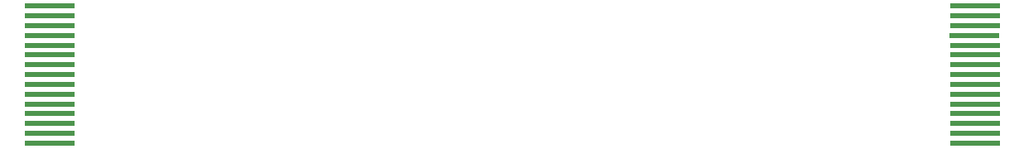
<source format=gts>
G04 Layer: TopSolderMaskLayer*
G04 EasyEDA Pro v2.1.64.d1969c9c.217bcf, 2024-08-01 22:51:47*
G04 Gerber Generator version 0.3*
G04 Scale: 100 percent, Rotated: No, Reflected: No*
G04 Dimensions in millimeters*
G04 Leading zeros omitted, absolute positions, 3 integers and 5 decimals*
%FSLAX35Y35*%
%MOMM*%
%AMRoundRect*1,1,$1,$2,$3*1,1,$1,$4,$5*1,1,$1,0-$2,0-$3*1,1,$1,0-$4,0-$5*20,1,$1,$2,$3,$4,$5,0*20,1,$1,$4,$5,0-$2,0-$3,0*20,1,$1,0-$2,0-$3,0-$4,0-$5,0*20,1,$1,0-$4,0-$5,$2,$3,0*4,1,4,$2,$3,$4,$5,0-$2,0-$3,0-$4,0-$5,$2,$3,0*%
%ADD10RoundRect,0.08335X2.50834X0.20834X2.50834X-0.20834*%
%ADD11RoundRect,0.08335X-2.50834X-0.20834X-2.50834X0.20834*%
G75*


G04 Pad Start*
G54D10*
G01X10329940Y-500002D03*
G01X10329600Y-600001D03*
G01X10329600Y-700001D03*
G01X10326740Y-802960D03*
G01X10329600Y-899975D03*
G01X10329600Y-999975D03*
G01X10329600Y-1100000D03*
G01X10329600Y-1200000D03*
G01X10329600Y-1300000D03*
G01X10329600Y-1400000D03*
G01X10329600Y-1500000D03*
G01X10329600Y-1599999D03*
G01X10329600Y-1699999D03*
G01X10329600Y-1799999D03*
G01X10329600Y-1899999D03*
G54D11*
G01X870060Y-1899998D03*
G01X870400Y-1799999D03*
G01X870400Y-1699999D03*
G01X873260Y-1597040D03*
G01X870400Y-1500025D03*
G01X870400Y-1400025D03*
G01X870400Y-1300000D03*
G01X870400Y-1200000D03*
G01X870400Y-1100000D03*
G01X870400Y-1000000D03*
G01X870400Y-900000D03*
G01X870400Y-800001D03*
G01X870400Y-700001D03*
G01X870400Y-600001D03*
G01X870400Y-500001D03*
G04 Pad End*

M02*

</source>
